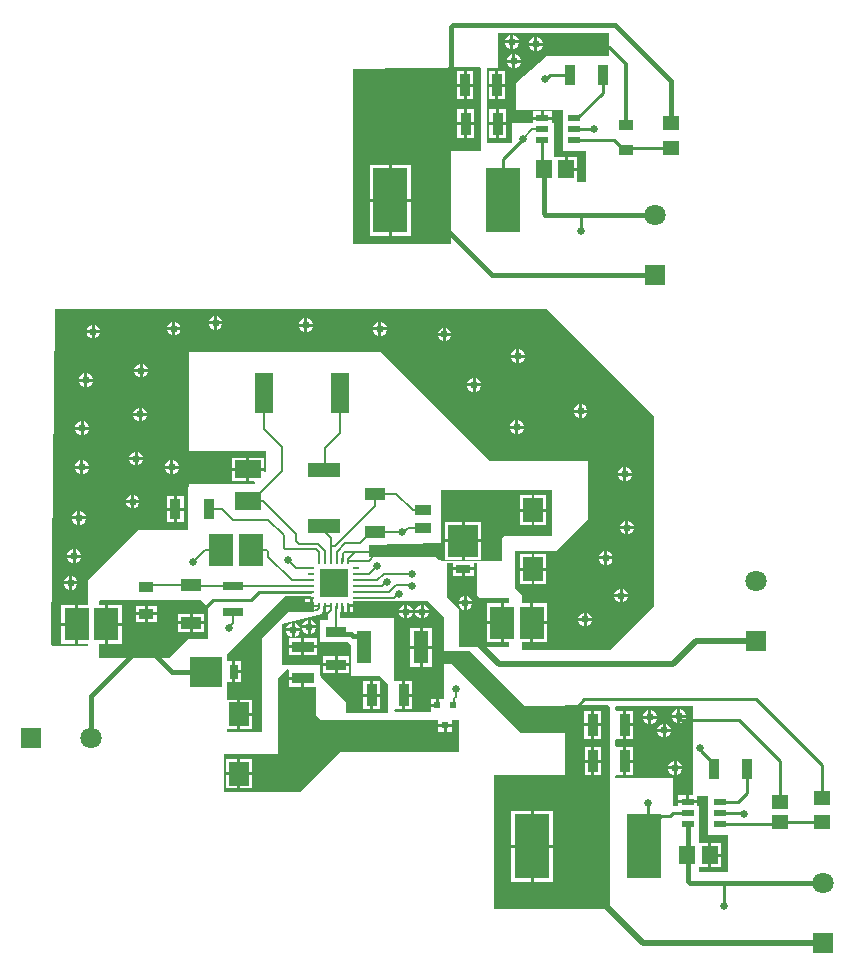
<source format=gtl>
G04*
G04 #@! TF.GenerationSoftware,Altium Limited,Altium Designer,22.10.1 (41)*
G04*
G04 Layer_Physical_Order=1*
G04 Layer_Color=255*
%FSLAX24Y24*%
%MOIN*%
G70*
G04*
G04 #@! TF.SameCoordinates,F22EFE63-58D3-4984-8651-CE55CF2E9756*
G04*
G04*
G04 #@! TF.FilePolarity,Positive*
G04*
G01*
G75*
%ADD12C,0.0100*%
%ADD15R,0.0965X0.0965*%
%ADD16R,0.0236X0.0098*%
%ADD17R,0.0098X0.0236*%
%ADD18R,0.0669X0.0787*%
%ADD19R,0.1181X0.2165*%
%ADD20R,0.0374X0.0669*%
%ADD21R,0.0669X0.0374*%
%ADD22R,0.0354X0.0728*%
%ADD23R,0.0728X0.0354*%
%ADD24R,0.0512X0.1102*%
%ADD25R,0.0709X0.0295*%
%ADD26R,0.0828X0.1105*%
%ADD27R,0.0669X0.0394*%
%ADD28R,0.0610X0.1378*%
%ADD29R,0.1102X0.0512*%
%ADD30R,0.0866X0.0591*%
%ADD31R,0.0512X0.0354*%
%ADD32R,0.0354X0.0748*%
%ADD33R,0.0433X0.0236*%
%ADD34R,0.0554X0.0615*%
%ADD35R,0.0576X0.0494*%
%ADD36R,0.0536X0.0455*%
%ADD37R,0.0531X0.0374*%
%ADD38R,0.0500X0.0300*%
%ADD39R,0.1000X0.1051*%
%ADD40R,0.1051X0.1000*%
%ADD41R,0.0300X0.0500*%
%ADD42R,0.0236X0.0236*%
%ADD68C,0.0080*%
%ADD69C,0.0150*%
%ADD70C,0.0200*%
%ADD71C,0.0120*%
%ADD72R,0.0709X0.0709*%
%ADD73C,0.0709*%
%ADD74R,0.0709X0.0709*%
%ADD75C,0.0260*%
G36*
X38799Y44925D02*
Y42175D01*
X37815D01*
X37805Y42185D01*
Y39055D01*
X34575D01*
X34537Y39085D01*
Y44892D01*
X38764Y44960D01*
X38799Y44925D01*
D02*
G37*
G36*
X43061Y46024D02*
Y45335D01*
X40984D01*
X39951Y44430D01*
Y43543D01*
X41535D01*
Y42185D01*
X42313D01*
Y41152D01*
X42012D01*
Y41505D01*
X41635D01*
Y41555D01*
X41585D01*
Y41963D01*
X41258D01*
X41220Y41994D01*
Y43091D01*
X41163D01*
Y43218D01*
X40530D01*
Y43091D01*
X39843D01*
Y42461D01*
X39833Y42451D01*
X38986D01*
Y44931D01*
X39350D01*
Y46112D01*
X43061D01*
Y46024D01*
D02*
G37*
G36*
X41161Y29321D02*
X39577D01*
X39498Y29242D01*
Y28494D01*
X37451D01*
Y28552D01*
X37409Y28536D01*
X37293Y28652D01*
X35059D01*
Y29045D01*
X37451Y29094D01*
Y30856D01*
X41161D01*
Y29321D01*
D02*
G37*
G36*
X38652Y27372D02*
X38740Y27283D01*
X39744D01*
Y27099D01*
X39558D01*
Y26447D01*
Y25794D01*
X39744D01*
Y25640D01*
X38071D01*
Y26890D01*
X37667Y27293D01*
Y28423D01*
X37859D01*
Y28298D01*
X38209D01*
X38559D01*
Y28423D01*
X38652D01*
Y27372D01*
D02*
G37*
G36*
X37569Y26634D02*
Y25474D01*
X37596Y25502D01*
X38425Y25492D01*
X40236Y23681D01*
X41585D01*
Y23691D01*
X43032Y23711D01*
X43110Y23632D01*
Y16890D01*
X39242D01*
Y21378D01*
X41555D01*
X41585Y21407D01*
Y22776D01*
X40118D01*
X37835Y25059D01*
X37569D01*
Y23956D01*
X37561Y23909D01*
X37393D01*
Y23691D01*
X37343D01*
Y23641D01*
X37124D01*
Y23484D01*
X35942D01*
X35908Y23520D01*
X35908Y23534D01*
X35943Y23561D01*
X35956Y23561D01*
X36170D01*
Y24026D01*
Y24490D01*
X35956D01*
X35943Y24490D01*
X35906Y24519D01*
Y26604D01*
X34104D01*
Y26800D01*
X34132D01*
Y27018D01*
X34232D01*
Y26800D01*
X34328D01*
Y27018D01*
X34378D01*
Y27068D01*
X34528D01*
Y27156D01*
X37047D01*
X37569Y26634D01*
D02*
G37*
G36*
X44557Y33346D02*
Y26998D01*
X43099Y25540D01*
X40159D01*
Y25794D01*
X40442D01*
Y26447D01*
Y27099D01*
X40159D01*
Y27380D01*
X39931Y27608D01*
Y28848D01*
X41319D01*
X42362Y29892D01*
Y31831D01*
X39085D01*
X35463Y35453D01*
X29055D01*
Y32170D01*
X31630D01*
X31630Y31491D01*
X31607Y31473D01*
X31557Y31496D01*
Y31505D01*
X31074D01*
Y31160D01*
X31245D01*
X31264Y31114D01*
X31230Y31080D01*
X29055Y31080D01*
Y30984D01*
X29045Y30974D01*
Y29528D01*
X27362D01*
X25699Y27864D01*
Y27050D01*
X25375D01*
Y26398D01*
Y25745D01*
X25699D01*
Y25679D01*
X24524D01*
X24479Y25725D01*
X24606Y36909D01*
X40994D01*
X44557Y33346D01*
D02*
G37*
G36*
X29478Y27205D02*
X29705Y26978D01*
Y25915D01*
X29026D01*
X28386Y25276D01*
X26063D01*
Y25745D01*
X26259D01*
Y26398D01*
Y27050D01*
X26063D01*
Y27179D01*
X26098Y27214D01*
X29478Y27205D01*
D02*
G37*
G36*
X33641Y26800D02*
X33691D01*
Y26526D01*
X33415D01*
Y25787D01*
X34380D01*
X34478Y25689D01*
Y24685D01*
X35394D01*
X35689Y24390D01*
Y23455D01*
X35679Y23445D01*
X34291D01*
Y23809D01*
X33462Y24639D01*
X33477Y24675D01*
X33425D01*
X33415Y24685D01*
Y25030D01*
X32156D01*
Y26417D01*
X33494Y26752D01*
Y26800D01*
X33541D01*
Y27018D01*
X33641D01*
Y26800D01*
D02*
G37*
G36*
X32907Y27325D02*
X33140D01*
Y27275D01*
X33190D01*
Y27126D01*
X33245D01*
Y26800D01*
X33198Y26791D01*
X32352D01*
X31496Y25935D01*
X31496Y22815D01*
X30315D01*
Y22892D01*
X30668D01*
Y23386D01*
Y23880D01*
X30315D01*
X30315Y24463D01*
X30507D01*
Y24813D01*
Y25163D01*
X30315D01*
Y25384D01*
X32265Y27334D01*
X32886Y27346D01*
X32907Y27325D01*
D02*
G37*
G36*
X32389Y24868D02*
X32390Y24861D01*
Y24637D01*
X32854D01*
Y24587D01*
X32904D01*
Y24309D01*
X33307D01*
Y23356D01*
X33465Y23199D01*
X37380D01*
Y23072D01*
X37817D01*
Y23199D01*
X38051D01*
Y22136D01*
X34124D01*
X32776Y20787D01*
X30217D01*
Y22067D01*
X32018D01*
X32018Y24567D01*
X32337Y24886D01*
X32389Y24868D01*
D02*
G37*
G36*
X45856Y23671D02*
Y20709D01*
X45838Y20691D01*
X45739D01*
Y20522D01*
X46006D01*
Y20669D01*
X46378D01*
Y19390D01*
X46388Y19380D01*
X47037D01*
Y18130D01*
X46053D01*
Y18293D01*
X46369D01*
Y18701D01*
Y19108D01*
X46053D01*
Y20325D01*
X46006D01*
Y20422D01*
X45372D01*
Y20325D01*
X45187D01*
Y21270D01*
X43278D01*
Y21327D01*
X43315Y21357D01*
X43328Y21357D01*
X43543D01*
Y21831D01*
Y22305D01*
X43328D01*
X43315Y22305D01*
X43278Y22334D01*
Y22529D01*
X43306Y22567D01*
X43328Y22567D01*
X43533D01*
Y23041D01*
Y23515D01*
X43328D01*
X43306Y23515D01*
X43278Y23554D01*
Y23646D01*
X43313Y23681D01*
X45856Y23671D01*
D02*
G37*
%LPC*%
G36*
X38545Y44834D02*
X38318D01*
Y44410D01*
X38545D01*
Y44834D01*
D02*
G37*
G36*
X38218D02*
X37991D01*
Y44410D01*
X38218D01*
Y44834D01*
D02*
G37*
G36*
X38545Y44310D02*
X38318D01*
Y43886D01*
X38545D01*
Y44310D01*
D02*
G37*
G36*
X38218D02*
X37991D01*
Y43886D01*
X38218D01*
Y44310D01*
D02*
G37*
G36*
X38565Y43555D02*
X38337D01*
Y43131D01*
X38565D01*
Y43555D01*
D02*
G37*
G36*
X38237D02*
X38010D01*
Y43131D01*
X38237D01*
Y43555D01*
D02*
G37*
G36*
X38565Y43031D02*
X38337D01*
Y42607D01*
X38565D01*
Y43031D01*
D02*
G37*
G36*
X38237D02*
X38010D01*
Y42607D01*
X38237D01*
Y43031D01*
D02*
G37*
G36*
X36468Y41704D02*
X35828D01*
Y40572D01*
X36468D01*
Y41704D01*
D02*
G37*
G36*
X35728D02*
X35087D01*
Y40572D01*
X35728D01*
Y41704D01*
D02*
G37*
G36*
X36468Y40472D02*
X35828D01*
Y39339D01*
X36468D01*
Y40472D01*
D02*
G37*
G36*
X35728D02*
X35087D01*
Y39339D01*
X35728D01*
Y40472D01*
D02*
G37*
G36*
X39873Y46035D02*
Y45857D01*
X40051D01*
X40018Y45937D01*
X39953Y46002D01*
X39873Y46035D01*
D02*
G37*
G36*
X39773D02*
X39693Y46002D01*
X39628Y45937D01*
X39595Y45857D01*
X39773D01*
Y46035D01*
D02*
G37*
G36*
X40680Y45957D02*
Y45778D01*
X40858D01*
X40825Y45859D01*
X40760Y45923D01*
X40680Y45957D01*
D02*
G37*
G36*
X40580D02*
X40500Y45923D01*
X40435Y45859D01*
X40402Y45778D01*
X40580D01*
Y45957D01*
D02*
G37*
G36*
X40051Y45757D02*
X39873D01*
Y45579D01*
X39953Y45612D01*
X40018Y45677D01*
X40051Y45757D01*
D02*
G37*
G36*
X39773D02*
X39595D01*
X39628Y45677D01*
X39693Y45612D01*
X39773Y45579D01*
Y45757D01*
D02*
G37*
G36*
X40858Y45678D02*
X40680D01*
Y45500D01*
X40760Y45533D01*
X40825Y45598D01*
X40834Y45620D01*
X40858Y45678D01*
D02*
G37*
G36*
X40580D02*
X40402D01*
X40435Y45598D01*
X40500Y45533D01*
X40580Y45500D01*
Y45678D01*
D02*
G37*
G36*
X39942Y45396D02*
Y45217D01*
X40120D01*
X40087Y45298D01*
X40022Y45362D01*
X39942Y45396D01*
D02*
G37*
G36*
X39842D02*
X39761Y45362D01*
X39697Y45298D01*
X39663Y45217D01*
X39842D01*
Y45396D01*
D02*
G37*
G36*
X40120Y45117D02*
X39942D01*
Y44939D01*
X40022Y44972D01*
X40087Y45037D01*
X40120Y45117D01*
D02*
G37*
G36*
X39842D02*
X39663D01*
X39697Y45037D01*
X39761Y44972D01*
X39842Y44939D01*
Y45117D01*
D02*
G37*
G36*
X39608Y44834D02*
X39381D01*
Y44410D01*
X39608D01*
Y44834D01*
D01*
D02*
G37*
G36*
X39281D02*
X39054D01*
Y44410D01*
X39281D01*
Y44834D01*
D02*
G37*
G36*
X39608Y44310D02*
X39381D01*
Y43886D01*
X39608D01*
Y44310D01*
D02*
G37*
G36*
X39281D02*
X39054D01*
Y43886D01*
X39281D01*
Y44310D01*
D02*
G37*
G36*
X41163Y43486D02*
X40896D01*
Y43318D01*
X41163D01*
Y43486D01*
D02*
G37*
G36*
X40796D02*
X40530D01*
Y43318D01*
X40796D01*
Y43486D01*
D02*
G37*
G36*
X39628Y43555D02*
X39400D01*
Y43131D01*
X39628D01*
Y43555D01*
D02*
G37*
G36*
X39300D02*
X39073D01*
Y43131D01*
X39300D01*
Y43555D01*
D02*
G37*
G36*
X39628Y43031D02*
X39400D01*
Y42607D01*
X39628D01*
Y43031D01*
D02*
G37*
G36*
X39300D02*
X39073D01*
Y42607D01*
X39300D01*
Y43031D01*
D02*
G37*
G36*
X41685Y41963D02*
Y41605D01*
X42012D01*
Y41963D01*
X41685D01*
D02*
G37*
G36*
X40966Y30691D02*
X40581D01*
Y30247D01*
X40966D01*
Y30691D01*
D02*
G37*
G36*
X40482D02*
X40097D01*
Y30247D01*
X40482D01*
Y30691D01*
D02*
G37*
G36*
X40966Y30147D02*
X40581D01*
Y29703D01*
X40966D01*
Y30147D01*
D02*
G37*
G36*
X40482D02*
X40097D01*
Y29703D01*
X40482D01*
Y30147D01*
D02*
G37*
G36*
X38809Y29799D02*
X38259D01*
Y29223D01*
X38809D01*
Y29799D01*
D02*
G37*
G36*
X38159D02*
X37609D01*
Y29223D01*
X38159D01*
Y29799D01*
D02*
G37*
G36*
X38809Y29123D02*
X38259D01*
Y28548D01*
X38809D01*
Y29123D01*
D02*
G37*
G36*
X38159D02*
X37609D01*
Y28548D01*
X38159D01*
Y29123D01*
D02*
G37*
G36*
X38559Y28198D02*
X38259D01*
Y27998D01*
X38559D01*
Y28198D01*
D02*
G37*
G36*
X38159D02*
X37859D01*
Y27998D01*
X38159D01*
Y28198D01*
D02*
G37*
G36*
X38328Y27335D02*
Y27156D01*
X38506D01*
X38473Y27237D01*
X38408Y27301D01*
X38328Y27335D01*
D02*
G37*
G36*
X38228D02*
X38147Y27301D01*
X38083Y27237D01*
X38049Y27156D01*
X38228D01*
Y27335D01*
D02*
G37*
G36*
X38506Y27056D02*
X38328D01*
Y26878D01*
X38408Y26911D01*
X38473Y26976D01*
X38506Y27056D01*
D02*
G37*
G36*
X38228D02*
X38049D01*
X38083Y26976D01*
X38147Y26911D01*
X38228Y26878D01*
Y27056D01*
D02*
G37*
G36*
X39458Y27099D02*
X38994D01*
Y26497D01*
X39458D01*
Y27099D01*
D02*
G37*
G36*
Y26397D02*
X38994D01*
Y25794D01*
X39458D01*
Y26397D01*
D02*
G37*
G36*
X36884Y27043D02*
Y26865D01*
X37062D01*
X37029Y26945D01*
X36964Y27010D01*
X36884Y27043D01*
D02*
G37*
G36*
X36784D02*
X36704Y27010D01*
X36639Y26945D01*
X36606Y26865D01*
X36784D01*
Y27043D01*
D02*
G37*
G36*
X36343D02*
Y26865D01*
X36521D01*
X36488Y26945D01*
X36423Y27010D01*
X36343Y27043D01*
D02*
G37*
G36*
X36243D02*
X36162Y27010D01*
X36098Y26945D01*
X36064Y26865D01*
X36243D01*
Y27043D01*
D02*
G37*
G36*
X34528Y26968D02*
X34428D01*
Y26800D01*
X34528D01*
Y26968D01*
D02*
G37*
G36*
X37062Y26765D02*
X36884D01*
Y26587D01*
X36964Y26620D01*
X37029Y26685D01*
X37062Y26765D01*
D02*
G37*
G36*
X36784D02*
X36606D01*
X36639Y26685D01*
X36704Y26620D01*
X36784Y26587D01*
Y26765D01*
D02*
G37*
G36*
X36521D02*
X36343D01*
Y26587D01*
X36423Y26620D01*
X36488Y26685D01*
X36521Y26765D01*
D02*
G37*
G36*
X36243D02*
X36064D01*
X36098Y26685D01*
X36162Y26620D01*
X36243Y26587D01*
Y26765D01*
D02*
G37*
G36*
X37157Y26271D02*
X36851D01*
Y25670D01*
X37157D01*
Y26271D01*
D02*
G37*
G36*
X36751D02*
X36445D01*
Y25670D01*
X36751D01*
Y26271D01*
D02*
G37*
G36*
X37157Y25570D02*
X36851D01*
Y24969D01*
X37157D01*
Y25570D01*
D02*
G37*
G36*
X36751D02*
X36445D01*
Y24969D01*
X36751D01*
Y25570D01*
D02*
G37*
G36*
X36270Y24490D02*
Y24076D01*
X36498D01*
Y24490D01*
X36270D01*
D02*
G37*
G36*
X37293Y23909D02*
X37124D01*
Y23741D01*
X37293D01*
Y23909D01*
D02*
G37*
G36*
X36498Y23976D02*
X36270D01*
Y23561D01*
X36498D01*
Y23976D01*
D02*
G37*
G36*
X42797Y23515D02*
X42570D01*
Y23091D01*
X42797D01*
Y23515D01*
D02*
G37*
G36*
X42470D02*
X42243D01*
Y23091D01*
X42470D01*
Y23515D01*
D02*
G37*
G36*
X42797Y22991D02*
X42570D01*
Y22567D01*
X42797D01*
Y22991D01*
D02*
G37*
G36*
X42470D02*
X42243D01*
Y22567D01*
X42470D01*
Y22991D01*
D02*
G37*
G36*
X42807Y22305D02*
X42580D01*
Y21881D01*
X42807D01*
Y22305D01*
D02*
G37*
G36*
X42480D02*
X42252D01*
Y21881D01*
X42480D01*
Y22305D01*
D02*
G37*
G36*
X42807Y21781D02*
X42580D01*
Y21357D01*
X42807D01*
Y21781D01*
D02*
G37*
G36*
X42480D02*
X42252D01*
Y21357D01*
X42480D01*
Y21781D01*
D02*
G37*
G36*
X41193Y20169D02*
X40552D01*
Y19036D01*
X41193D01*
Y20169D01*
D02*
G37*
G36*
X40452D02*
X39811D01*
Y19036D01*
X40452D01*
Y20169D01*
D02*
G37*
G36*
X41193Y18936D02*
X40552D01*
Y17804D01*
X41193D01*
Y18936D01*
D02*
G37*
G36*
X40452D02*
X39811D01*
Y17804D01*
X40452D01*
Y18936D01*
D02*
G37*
G36*
X30001Y36675D02*
Y36497D01*
X30179D01*
X30146Y36577D01*
X30081Y36642D01*
X30001Y36675D01*
D02*
G37*
G36*
X29901D02*
X29820Y36642D01*
X29756Y36577D01*
X29723Y36497D01*
X29901D01*
Y36675D01*
D02*
G37*
G36*
X33013Y36587D02*
Y36408D01*
X33191D01*
X33158Y36489D01*
X33093Y36553D01*
X33013Y36587D01*
D02*
G37*
G36*
X32913D02*
X32832Y36553D01*
X32768Y36489D01*
X32734Y36408D01*
X32913D01*
Y36587D01*
D02*
G37*
G36*
X28603Y36478D02*
Y36300D01*
X28781D01*
X28748Y36380D01*
X28683Y36445D01*
X28603Y36478D01*
D02*
G37*
G36*
X28503D02*
X28423Y36445D01*
X28358Y36380D01*
X28325Y36300D01*
X28503D01*
Y36478D01*
D02*
G37*
G36*
X35474Y36468D02*
Y36289D01*
X35652D01*
X35619Y36370D01*
X35554Y36434D01*
X35474Y36468D01*
D02*
G37*
G36*
X35374D02*
X35294Y36434D01*
X35229Y36370D01*
X35196Y36289D01*
X35374D01*
Y36468D01*
D02*
G37*
G36*
X30179Y36397D02*
X30001D01*
Y36219D01*
X30081Y36252D01*
X30146Y36317D01*
X30179Y36397D01*
D02*
G37*
G36*
X29901D02*
X29723D01*
X29756Y36317D01*
X29820Y36252D01*
X29901Y36219D01*
Y36397D01*
D02*
G37*
G36*
X25926Y36380D02*
Y36202D01*
X26104D01*
X26071Y36282D01*
X26006Y36347D01*
X25926Y36380D01*
D02*
G37*
G36*
X25826D02*
X25746Y36347D01*
X25681Y36282D01*
X25648Y36202D01*
X25826D01*
Y36380D01*
D02*
G37*
G36*
X33191Y36308D02*
X33013D01*
Y36130D01*
X33093Y36163D01*
X33158Y36228D01*
X33191Y36308D01*
D02*
G37*
G36*
X32913D02*
X32734D01*
X32768Y36228D01*
X32832Y36163D01*
X32913Y36130D01*
Y36308D01*
D02*
G37*
G36*
X37629Y36281D02*
Y36103D01*
X37807D01*
X37774Y36183D01*
X37709Y36248D01*
X37629Y36281D01*
D02*
G37*
G36*
X37529D02*
X37448Y36248D01*
X37384Y36183D01*
X37350Y36103D01*
X37529D01*
Y36281D01*
D02*
G37*
G36*
X28781Y36200D02*
X28603D01*
Y36022D01*
X28683Y36055D01*
X28748Y36120D01*
X28781Y36200D01*
D02*
G37*
G36*
X28503D02*
X28325D01*
X28358Y36120D01*
X28423Y36055D01*
X28503Y36022D01*
Y36200D01*
D02*
G37*
G36*
X35652Y36189D02*
X35474D01*
Y36011D01*
X35554Y36044D01*
X35619Y36109D01*
X35652Y36189D01*
D02*
G37*
G36*
X35374D02*
X35196D01*
X35229Y36109D01*
X35294Y36044D01*
X35374Y36011D01*
Y36189D01*
D02*
G37*
G36*
X26104Y36102D02*
X25926D01*
Y35923D01*
X26006Y35957D01*
X26071Y36021D01*
X26104Y36102D01*
D02*
G37*
G36*
X25826D02*
X25648D01*
X25681Y36021D01*
X25746Y35957D01*
X25826Y35923D01*
Y36102D01*
D02*
G37*
G36*
X37807Y36003D02*
X37629D01*
Y35825D01*
X37709Y35858D01*
X37774Y35923D01*
X37807Y36003D01*
D02*
G37*
G36*
X37529D02*
X37350D01*
X37384Y35923D01*
X37448Y35858D01*
X37529Y35825D01*
Y36003D01*
D02*
G37*
G36*
X40070Y35553D02*
Y35375D01*
X40248D01*
X40215Y35455D01*
X40150Y35520D01*
X40070Y35553D01*
D02*
G37*
G36*
X39970D02*
X39889Y35520D01*
X39825Y35455D01*
X39791Y35375D01*
X39970D01*
Y35553D01*
D02*
G37*
G36*
X40248Y35275D02*
X40070D01*
Y35097D01*
X40150Y35130D01*
X40215Y35195D01*
X40248Y35275D01*
D02*
G37*
G36*
X39970D02*
X39791D01*
X39825Y35195D01*
X39889Y35130D01*
X39970Y35097D01*
Y35275D01*
D02*
G37*
G36*
X27519Y35078D02*
Y34900D01*
X27697D01*
X27664Y34980D01*
X27599Y35045D01*
X27519Y35078D01*
D02*
G37*
G36*
X27419D02*
X27338Y35045D01*
X27274Y34980D01*
X27240Y34900D01*
X27419D01*
Y35078D01*
D02*
G37*
G36*
X27697Y34800D02*
X27519D01*
Y34622D01*
X27599Y34655D01*
X27664Y34720D01*
X27697Y34800D01*
D02*
G37*
G36*
X27419D02*
X27240D01*
X27274Y34720D01*
X27338Y34655D01*
X27419Y34622D01*
Y34800D01*
D02*
G37*
G36*
X25670Y34756D02*
Y34578D01*
X25848D01*
X25815Y34658D01*
X25750Y34723D01*
X25670Y34756D01*
D02*
G37*
G36*
X25570D02*
X25490Y34723D01*
X25425Y34658D01*
X25392Y34578D01*
X25570D01*
Y34756D01*
D02*
G37*
G36*
X38623Y34598D02*
Y34420D01*
X38801D01*
X38768Y34500D01*
X38703Y34565D01*
X38623Y34598D01*
D02*
G37*
G36*
X38523D02*
X38443Y34565D01*
X38378Y34500D01*
X38345Y34420D01*
X38523D01*
Y34598D01*
D02*
G37*
G36*
X25848Y34478D02*
X25670D01*
Y34299D01*
X25750Y34333D01*
X25815Y34397D01*
X25848Y34478D01*
D02*
G37*
G36*
X25570D02*
X25392D01*
X25425Y34397D01*
X25490Y34333D01*
X25570Y34299D01*
Y34478D01*
D02*
G37*
G36*
X38801Y34320D02*
X38623D01*
Y34142D01*
X38703Y34175D01*
X38768Y34240D01*
X38801Y34320D01*
D02*
G37*
G36*
X38523D02*
X38345D01*
X38378Y34240D01*
X38443Y34175D01*
X38523Y34142D01*
Y34320D01*
D02*
G37*
G36*
X42168Y33723D02*
Y33545D01*
X42346D01*
X42313Y33625D01*
X42248Y33690D01*
X42168Y33723D01*
D02*
G37*
G36*
X42068D02*
X41988Y33690D01*
X41923Y33625D01*
X41890Y33545D01*
X42068D01*
Y33723D01*
D02*
G37*
G36*
X27491Y33614D02*
Y33436D01*
X27669D01*
X27636Y33516D01*
X27571Y33581D01*
X27491Y33614D01*
D02*
G37*
G36*
X27391D02*
X27311Y33581D01*
X27246Y33516D01*
X27213Y33436D01*
X27391D01*
Y33614D01*
D02*
G37*
G36*
X42346Y33445D02*
X42168D01*
Y33267D01*
X42248Y33300D01*
X42313Y33365D01*
X42346Y33445D01*
D02*
G37*
G36*
X42068D02*
X41890D01*
X41923Y33365D01*
X41988Y33300D01*
X42068Y33267D01*
Y33445D01*
D02*
G37*
G36*
X27669Y33336D02*
X27491D01*
Y33158D01*
X27571Y33191D01*
X27636Y33256D01*
X27669Y33336D01*
D02*
G37*
G36*
X27391D02*
X27213D01*
X27246Y33256D01*
X27311Y33191D01*
X27391Y33158D01*
Y33336D01*
D02*
G37*
G36*
X40040Y33191D02*
Y33013D01*
X40218D01*
X40185Y33093D01*
X40120Y33158D01*
X40040Y33191D01*
D02*
G37*
G36*
X39940D02*
X39860Y33158D01*
X39795Y33093D01*
X39762Y33013D01*
X39940D01*
Y33191D01*
D02*
G37*
G36*
X25552Y33161D02*
Y32983D01*
X25730D01*
X25697Y33063D01*
X25632Y33128D01*
X25552Y33161D01*
D02*
G37*
G36*
X25452D02*
X25372Y33128D01*
X25307Y33063D01*
X25274Y32983D01*
X25452D01*
Y33161D01*
D02*
G37*
G36*
X40218Y32913D02*
X40040D01*
Y32734D01*
X40120Y32768D01*
X40185Y32832D01*
X40218Y32913D01*
D02*
G37*
G36*
X39940D02*
X39762D01*
X39795Y32832D01*
X39860Y32768D01*
X39940Y32734D01*
Y32913D01*
D02*
G37*
G36*
X25730Y32883D02*
X25552D01*
Y32705D01*
X25632Y32738D01*
X25697Y32803D01*
X25730Y32883D01*
D02*
G37*
G36*
X25452D02*
X25274D01*
X25307Y32803D01*
X25372Y32738D01*
X25452Y32705D01*
Y32883D01*
D02*
G37*
G36*
X27353Y32148D02*
Y31969D01*
X27531D01*
X27498Y32050D01*
X27433Y32114D01*
X27353Y32148D01*
D02*
G37*
G36*
X27253D02*
X27173Y32114D01*
X27108Y32050D01*
X27075Y31969D01*
X27253D01*
Y32148D01*
D02*
G37*
G36*
X27531Y31869D02*
X27353D01*
Y31691D01*
X27433Y31724D01*
X27498Y31789D01*
X27531Y31869D01*
D02*
G37*
G36*
X27253D02*
X27075D01*
X27108Y31789D01*
X27173Y31724D01*
X27253Y31691D01*
Y31869D01*
D02*
G37*
G36*
X25542Y31862D02*
Y31684D01*
X25720D01*
X25687Y31764D01*
X25622Y31829D01*
X25542Y31862D01*
D02*
G37*
G36*
X25442D02*
X25362Y31829D01*
X25297Y31764D01*
X25264Y31684D01*
X25442D01*
Y31862D01*
D02*
G37*
G36*
X28540Y31858D02*
Y31680D01*
X28718D01*
X28685Y31760D01*
X28620Y31825D01*
X28540Y31858D01*
D02*
G37*
G36*
X28440D02*
X28360Y31825D01*
X28295Y31760D01*
X28262Y31680D01*
X28440D01*
Y31858D01*
D02*
G37*
G36*
X31557Y31950D02*
X31074D01*
Y31605D01*
X31557D01*
Y31950D01*
D02*
G37*
G36*
X30974D02*
X30491D01*
Y31605D01*
X30974D01*
Y31950D01*
D02*
G37*
G36*
X43643Y31626D02*
Y31448D01*
X43821D01*
X43788Y31528D01*
X43723Y31593D01*
X43643Y31626D01*
D02*
G37*
G36*
X43543D02*
X43462Y31593D01*
X43398Y31528D01*
X43364Y31448D01*
X43543D01*
Y31626D01*
D02*
G37*
G36*
X25720Y31584D02*
X25542D01*
Y31406D01*
X25622Y31439D01*
X25687Y31504D01*
X25720Y31584D01*
D02*
G37*
G36*
X25442D02*
X25264D01*
X25297Y31504D01*
X25362Y31439D01*
X25442Y31406D01*
Y31584D01*
D02*
G37*
G36*
X28718Y31580D02*
X28540D01*
Y31402D01*
X28620Y31435D01*
X28685Y31500D01*
X28718Y31580D01*
D02*
G37*
G36*
X28440D02*
X28262D01*
X28295Y31500D01*
X28360Y31435D01*
X28440Y31402D01*
Y31580D01*
D02*
G37*
G36*
X43821Y31348D02*
X43643D01*
Y31169D01*
X43723Y31203D01*
X43788Y31267D01*
X43821Y31348D01*
D02*
G37*
G36*
X43543D02*
X43364D01*
X43398Y31267D01*
X43462Y31203D01*
X43543Y31169D01*
Y31348D01*
D02*
G37*
G36*
X30974Y31505D02*
X30491D01*
Y31160D01*
X30974D01*
Y31505D01*
D02*
G37*
G36*
X27235Y30711D02*
Y30532D01*
X27413D01*
X27380Y30613D01*
X27315Y30677D01*
X27235Y30711D01*
D02*
G37*
G36*
X27135D02*
X27055Y30677D01*
X26990Y30613D01*
X26957Y30532D01*
X27135D01*
Y30711D01*
D02*
G37*
G36*
X28899Y30661D02*
X28662D01*
Y30276D01*
X28899D01*
Y30661D01*
D02*
G37*
G36*
X28562D02*
X28325D01*
Y30276D01*
X28562D01*
Y30661D01*
D02*
G37*
G36*
X27413Y30432D02*
X27235D01*
Y30254D01*
X27315Y30287D01*
X27380Y30352D01*
X27413Y30432D01*
D02*
G37*
G36*
X27135D02*
X26957D01*
X26990Y30352D01*
X27055Y30287D01*
X27135Y30254D01*
Y30432D01*
D02*
G37*
G36*
X25444Y30169D02*
Y29991D01*
X25622D01*
X25589Y30071D01*
X25524Y30136D01*
X25444Y30169D01*
D02*
G37*
G36*
X25344D02*
X25263Y30136D01*
X25199Y30071D01*
X25165Y29991D01*
X25344D01*
Y30169D01*
D02*
G37*
G36*
X28899Y30176D02*
X28662D01*
Y29792D01*
X28899D01*
Y30176D01*
D02*
G37*
G36*
X28562D02*
X28325D01*
Y29792D01*
X28562D01*
Y30176D01*
D02*
G37*
G36*
X25622Y29891D02*
X25444D01*
Y29713D01*
X25524Y29746D01*
X25589Y29811D01*
X25622Y29891D01*
D02*
G37*
G36*
X25344D02*
X25165D01*
X25199Y29811D01*
X25263Y29746D01*
X25344Y29713D01*
Y29891D01*
D02*
G37*
G36*
X43711Y29844D02*
Y29666D01*
X43890D01*
X43856Y29746D01*
X43792Y29811D01*
X43711Y29844D01*
D02*
G37*
G36*
X43611D02*
X43531Y29811D01*
X43466Y29746D01*
X43433Y29666D01*
X43611D01*
Y29844D01*
D02*
G37*
G36*
X43890Y29566D02*
X43711D01*
Y29388D01*
X43792Y29421D01*
X43856Y29486D01*
X43890Y29566D01*
D02*
G37*
G36*
X43611D02*
X43433D01*
X43466Y29486D01*
X43531Y29421D01*
X43611Y29388D01*
Y29566D01*
D02*
G37*
G36*
X25286Y28890D02*
Y28711D01*
X25464D01*
X25431Y28792D01*
X25367Y28856D01*
X25286Y28890D01*
D02*
G37*
G36*
X25186D02*
X25106Y28856D01*
X25041Y28792D01*
X25008Y28711D01*
X25186D01*
Y28890D01*
D02*
G37*
G36*
X43003Y28840D02*
Y28662D01*
X43181D01*
X43148Y28742D01*
X43083Y28807D01*
X43003Y28840D01*
D02*
G37*
G36*
X42903D02*
X42822Y28807D01*
X42758Y28742D01*
X42725Y28662D01*
X42903D01*
Y28840D01*
D02*
G37*
G36*
X25464Y28611D02*
X25286D01*
Y28433D01*
X25367Y28466D01*
X25431Y28531D01*
X25464Y28611D01*
D02*
G37*
G36*
X25186D02*
X25008D01*
X25041Y28531D01*
X25106Y28466D01*
X25186Y28433D01*
Y28611D01*
D02*
G37*
G36*
X43181Y28562D02*
X43003D01*
Y28384D01*
X43083Y28417D01*
X43148Y28482D01*
X43181Y28562D01*
D02*
G37*
G36*
X42903D02*
X42725D01*
X42758Y28482D01*
X42822Y28417D01*
X42903Y28384D01*
Y28562D01*
D02*
G37*
G36*
X40966Y28722D02*
X40581D01*
Y28278D01*
X40966D01*
Y28722D01*
D02*
G37*
G36*
X40482D02*
X40097D01*
Y28278D01*
X40482D01*
Y28722D01*
D02*
G37*
G36*
X25168Y28004D02*
Y27826D01*
X25346D01*
X25313Y27906D01*
X25248Y27971D01*
X25168Y28004D01*
D02*
G37*
G36*
X25068D02*
X24988Y27971D01*
X24923Y27906D01*
X24890Y27826D01*
X25068D01*
Y28004D01*
D02*
G37*
G36*
X40966Y28178D02*
X40581D01*
Y27735D01*
X40966D01*
Y28178D01*
D02*
G37*
G36*
X40482D02*
X40097D01*
Y27735D01*
X40482D01*
Y28178D01*
D02*
G37*
G36*
X25346Y27726D02*
X25168D01*
Y27547D01*
X25248Y27581D01*
X25313Y27645D01*
X25346Y27726D01*
D02*
G37*
G36*
X25068D02*
X24890D01*
X24923Y27645D01*
X24988Y27581D01*
X25068Y27547D01*
Y27726D01*
D02*
G37*
G36*
X43515Y27581D02*
Y27402D01*
X43693D01*
X43660Y27483D01*
X43595Y27547D01*
X43515Y27581D01*
D02*
G37*
G36*
X43415D02*
X43334Y27547D01*
X43270Y27483D01*
X43236Y27402D01*
X43415D01*
Y27581D01*
D02*
G37*
G36*
X43693Y27302D02*
X43515D01*
Y27124D01*
X43595Y27157D01*
X43660Y27222D01*
X43693Y27302D01*
D02*
G37*
G36*
X43415D02*
X43236D01*
X43270Y27222D01*
X43334Y27157D01*
X43415Y27124D01*
Y27302D01*
D02*
G37*
G36*
X42324Y26783D02*
Y26605D01*
X42502D01*
X42469Y26685D01*
X42404Y26750D01*
X42324Y26783D01*
D02*
G37*
G36*
X42224D02*
X42143Y26750D01*
X42079Y26685D01*
X42045Y26605D01*
X42224D01*
Y26783D01*
D02*
G37*
G36*
X41006Y27099D02*
X40542D01*
Y26497D01*
X41006D01*
Y27099D01*
D02*
G37*
G36*
X25275Y27050D02*
X24811D01*
Y26448D01*
X25275D01*
Y27050D01*
D02*
G37*
G36*
X42502Y26505D02*
X42324D01*
Y26327D01*
X42404Y26360D01*
X42469Y26425D01*
X42502Y26505D01*
D02*
G37*
G36*
X42224D02*
X42045D01*
X42079Y26425D01*
X42143Y26360D01*
X42224Y26327D01*
Y26505D01*
D02*
G37*
G36*
X41006Y26397D02*
X40542D01*
Y25794D01*
X41006D01*
Y26397D01*
D02*
G37*
G36*
X25275Y26348D02*
X24811D01*
Y25745D01*
X25275D01*
Y26348D01*
D02*
G37*
G36*
X27994Y27019D02*
X27688D01*
Y26792D01*
X27994D01*
Y27019D01*
D02*
G37*
G36*
X27588D02*
X27282D01*
Y26792D01*
X27588D01*
Y27019D01*
D02*
G37*
G36*
X29578Y26744D02*
X29194D01*
Y26497D01*
X29578D01*
Y26744D01*
D02*
G37*
G36*
X29094D02*
X28709D01*
Y26497D01*
X29094D01*
Y26744D01*
D02*
G37*
G36*
X27994Y26692D02*
X27688D01*
Y26465D01*
X27994D01*
Y26692D01*
D02*
G37*
G36*
X27588D02*
X27282D01*
Y26465D01*
X27588D01*
Y26692D01*
D02*
G37*
G36*
X26823Y27050D02*
X26359D01*
Y26448D01*
X26823D01*
Y27050D01*
D02*
G37*
G36*
X29578Y26397D02*
X29194D01*
Y26150D01*
X29578D01*
Y26397D01*
D02*
G37*
G36*
X29094D02*
X28709D01*
Y26150D01*
X29094D01*
Y26397D01*
D02*
G37*
G36*
X26823Y26348D02*
X26359D01*
Y25745D01*
X26823D01*
Y26348D01*
D02*
G37*
G36*
X33121Y26537D02*
Y26359D01*
X33299D01*
X33266Y26439D01*
X33201Y26504D01*
X33121Y26537D01*
D02*
G37*
G36*
X33021D02*
X32941Y26504D01*
X32876Y26439D01*
X32843Y26359D01*
X33021D01*
Y26537D01*
D02*
G37*
G36*
X32589Y26439D02*
Y26261D01*
X32768D01*
X32734Y26341D01*
X32670Y26406D01*
X32589Y26439D01*
D02*
G37*
G36*
X32489D02*
X32409Y26406D01*
X32344Y26341D01*
X32311Y26261D01*
X32489D01*
Y26439D01*
D02*
G37*
G36*
X33299Y26259D02*
X33121D01*
Y26081D01*
X33201Y26114D01*
X33266Y26179D01*
X33299Y26259D01*
D02*
G37*
G36*
X33021D02*
X32843D01*
X32876Y26179D01*
X32941Y26114D01*
X33021Y26081D01*
Y26259D01*
D02*
G37*
G36*
X32768Y26161D02*
X32589D01*
Y25982D01*
X32670Y26016D01*
X32734Y26080D01*
X32768Y26161D01*
D02*
G37*
G36*
X32489D02*
X32311D01*
X32344Y26080D01*
X32409Y26016D01*
X32489Y25982D01*
Y26161D01*
D02*
G37*
G36*
X33319Y25928D02*
X32904D01*
Y25701D01*
X33319D01*
Y25928D01*
D02*
G37*
G36*
X32804D02*
X32390D01*
Y25701D01*
X32804D01*
Y25928D01*
D02*
G37*
G36*
X33319Y25601D02*
X32904D01*
Y25374D01*
X33319D01*
Y25601D01*
D02*
G37*
G36*
X32804D02*
X32390D01*
Y25374D01*
X32804D01*
Y25601D01*
D02*
G37*
G36*
X34411Y25336D02*
X34026D01*
Y25099D01*
X34411D01*
Y25336D01*
D02*
G37*
G36*
X33926D02*
X33542D01*
Y25099D01*
X33926D01*
Y25336D01*
D02*
G37*
G36*
X34411Y24999D02*
X34026D01*
Y24762D01*
X34411D01*
Y24999D01*
D02*
G37*
G36*
X33926D02*
X33542D01*
Y24762D01*
X33926D01*
Y24999D01*
D02*
G37*
G36*
X35433Y24490D02*
X35206D01*
Y24076D01*
X35433D01*
Y24490D01*
D02*
G37*
G36*
X35106D02*
X34879D01*
Y24076D01*
X35106D01*
Y24490D01*
D02*
G37*
G36*
X35433Y23976D02*
X35206D01*
Y23561D01*
X35433D01*
Y23976D01*
D02*
G37*
G36*
X35106D02*
X34879D01*
Y23561D01*
X35106D01*
Y23976D01*
D02*
G37*
G36*
X33090Y27225D02*
X32922D01*
Y27126D01*
X33090D01*
Y27225D01*
D02*
G37*
G36*
X30807Y25163D02*
X30607D01*
Y24863D01*
X30807D01*
Y25163D01*
D02*
G37*
G36*
Y24763D02*
X30607D01*
Y24463D01*
X30807D01*
Y24763D01*
D02*
G37*
G36*
X31153Y23880D02*
X30768D01*
Y23436D01*
X31153D01*
Y23880D01*
D02*
G37*
G36*
Y23336D02*
X30768D01*
Y22892D01*
X31153D01*
Y23336D01*
D02*
G37*
G36*
X32804Y24537D02*
X32390D01*
Y24309D01*
X32804D01*
Y24537D01*
D02*
G37*
G36*
X37817Y22972D02*
X37648D01*
Y22804D01*
X37817D01*
Y22972D01*
D02*
G37*
G36*
X37548D02*
X37380D01*
Y22804D01*
X37548D01*
Y22972D01*
D02*
G37*
G36*
X31153Y21911D02*
X30768D01*
Y21467D01*
X31153D01*
Y21911D01*
D02*
G37*
G36*
X30668D02*
X30284D01*
Y21467D01*
X30668D01*
Y21911D01*
D02*
G37*
G36*
X31153Y21367D02*
X30768D01*
Y20924D01*
X31153D01*
Y21367D01*
D02*
G37*
G36*
X30668D02*
X30284D01*
Y20924D01*
X30668D01*
Y21367D01*
D02*
G37*
G36*
X45444Y23555D02*
Y23377D01*
X45622D01*
X45589Y23457D01*
X45524Y23522D01*
X45444Y23555D01*
D02*
G37*
G36*
X45344D02*
X45263Y23522D01*
X45199Y23457D01*
X45165Y23377D01*
X45344D01*
Y23555D01*
D02*
G37*
G36*
X44479Y23525D02*
Y23347D01*
X44657D01*
X44624Y23428D01*
X44559Y23492D01*
X44479Y23525D01*
D02*
G37*
G36*
X44379D02*
X44299Y23492D01*
X44234Y23428D01*
X44201Y23347D01*
X44379D01*
Y23525D01*
D02*
G37*
G36*
X45622Y23277D02*
X45444D01*
Y23099D01*
X45524Y23132D01*
X45589Y23196D01*
X45622Y23277D01*
D02*
G37*
G36*
X45344D02*
X45165D01*
X45199Y23196D01*
X45263Y23132D01*
X45344Y23099D01*
Y23277D01*
D02*
G37*
G36*
X43633Y23515D02*
Y23091D01*
X43860D01*
Y23515D01*
X43633D01*
D02*
G37*
G36*
X44657Y23247D02*
X44479D01*
Y23069D01*
X44559Y23102D01*
X44624Y23167D01*
X44657Y23247D01*
D02*
G37*
G36*
X44379D02*
X44201D01*
X44234Y23167D01*
X44299Y23102D01*
X44379Y23069D01*
Y23247D01*
D02*
G37*
G36*
X44952Y23083D02*
Y22904D01*
X45130D01*
X45097Y22985D01*
X45032Y23049D01*
X44952Y23083D01*
D02*
G37*
G36*
X44852D02*
X44771Y23049D01*
X44707Y22985D01*
X44673Y22904D01*
X44852D01*
Y23083D01*
D02*
G37*
G36*
X45130Y22804D02*
X44952D01*
Y22626D01*
X45032Y22659D01*
X45097Y22724D01*
X45130Y22804D01*
D02*
G37*
G36*
X44852D02*
X44673D01*
X44707Y22724D01*
X44771Y22659D01*
X44852Y22626D01*
Y22804D01*
D02*
G37*
G36*
X43860Y22991D02*
X43633D01*
Y22567D01*
X43860D01*
Y22991D01*
D02*
G37*
G36*
X43643Y22305D02*
Y21881D01*
X43870D01*
Y22305D01*
X43643D01*
D02*
G37*
G36*
X45316Y21833D02*
Y21654D01*
X45494D01*
X45461Y21735D01*
X45396Y21799D01*
X45316Y21833D01*
D02*
G37*
G36*
X45216D02*
X45135Y21799D01*
X45071Y21735D01*
X45038Y21654D01*
X45216D01*
Y21833D01*
D02*
G37*
G36*
X45494Y21554D02*
X45316D01*
Y21376D01*
X45396Y21409D01*
X45461Y21474D01*
X45494Y21554D01*
D02*
G37*
G36*
X45216D02*
X45038D01*
X45071Y21474D01*
X45135Y21409D01*
X45216Y21376D01*
Y21554D01*
D02*
G37*
G36*
X43870Y21781D02*
X43643D01*
Y21357D01*
X43870D01*
Y21781D01*
D02*
G37*
G36*
X45639Y20691D02*
X45372D01*
Y20522D01*
X45639D01*
Y20691D01*
D02*
G37*
G36*
X46796Y19108D02*
X46469D01*
Y18751D01*
X46796D01*
Y19108D01*
D02*
G37*
G36*
Y18651D02*
X46469D01*
Y18293D01*
X46796D01*
Y18651D01*
D02*
G37*
%LPD*%
D12*
X39518Y40522D02*
Y41909D01*
X40187Y42579D01*
X29587Y26939D02*
X29852Y27205D01*
X31122D01*
X31388Y27470D02*
X33140D01*
X31122Y27205D02*
X31388Y27470D01*
X40925Y44557D02*
X40968D01*
X41101Y44689D02*
X41748D01*
X40968Y44557D02*
X41101Y44689D01*
X42851Y44110D02*
Y44689D01*
X41909Y43268D02*
X42008D01*
X42851Y44110D01*
X42126Y40030D02*
X42136Y40039D01*
X42126Y39508D02*
Y40030D01*
X41911Y42892D02*
X42577D01*
X42579Y42894D01*
X41909Y42890D02*
X41911Y42892D01*
X43632Y42195D02*
X43720Y42283D01*
X45138D01*
X43553Y42195D02*
X43632D01*
X41909Y42520D02*
X43228D01*
X43553Y42195D01*
X44587Y40039D02*
X44596Y40049D01*
X40846Y41594D02*
Y42520D01*
Y41594D02*
X40885Y41555D01*
X37785Y44823D02*
X37805Y44843D01*
X44360Y19596D02*
X44783Y20019D01*
X44360Y19596D02*
Y20423D01*
Y19104D02*
Y19596D01*
X44242Y18986D02*
X44360Y19104D01*
X46133Y22164D02*
X46575Y21722D01*
X46102Y22254D02*
X46133Y22223D01*
X46575Y21575D02*
Y21722D01*
X46133Y22164D02*
Y22223D01*
X47372Y20472D02*
X47677Y20778D01*
Y21575D01*
X46752Y20472D02*
X47372D01*
X44783Y20019D02*
X45113D01*
X45192Y20098D01*
X45689D01*
X50157Y19793D02*
X50167Y19803D01*
X48780Y19793D02*
X50157D01*
X48711Y19724D02*
X48780Y19793D01*
X46752Y19724D02*
X48711D01*
X46902Y17758D02*
X46909Y17766D01*
X46902Y17017D02*
Y17758D01*
X46760Y20086D02*
X47543D01*
X46752Y20094D02*
X46760Y20086D01*
X47543D02*
X47552Y20078D01*
X45394Y23199D02*
X47411D01*
X48780Y21831D01*
Y20483D02*
Y21831D01*
X45689Y17824D02*
X45748Y17766D01*
X41860Y23514D02*
X42244Y23898D01*
X47972D01*
X50167Y21703D01*
Y20610D02*
Y21703D01*
X42520Y23238D02*
X42647Y23365D01*
X42520Y23041D02*
Y23238D01*
X50127Y20610D02*
X50167D01*
X40502Y18494D02*
Y18986D01*
D15*
X33888Y27766D02*
D03*
D16*
X34636Y27478D02*
D03*
Y27675D02*
D03*
Y27872D02*
D03*
Y28069D02*
D03*
Y28266D02*
D03*
Y27281D02*
D03*
X33140Y27472D02*
D03*
Y27669D02*
D03*
Y27866D02*
D03*
Y28063D02*
D03*
Y28259D02*
D03*
Y27275D02*
D03*
D17*
X34181Y28514D02*
D03*
X33985D02*
D03*
X33788D02*
D03*
X33591D02*
D03*
X33394D02*
D03*
X34378D02*
D03*
X34181Y27018D02*
D03*
X33985D02*
D03*
X33788D02*
D03*
X33591D02*
D03*
X33394D02*
D03*
X34378D02*
D03*
D18*
X40532Y30197D02*
D03*
Y28228D02*
D03*
X30719Y23386D02*
D03*
Y21417D02*
D03*
D19*
X39518Y40522D02*
D03*
X35778D02*
D03*
X40502Y18986D02*
D03*
X44242D02*
D03*
D20*
X42851Y44689D02*
D03*
X41748D02*
D03*
X47677Y21575D02*
D03*
X46575D02*
D03*
X29715Y30226D02*
D03*
X28612D02*
D03*
D21*
X33976Y26152D02*
D03*
Y25049D02*
D03*
D22*
X35156Y24026D02*
D03*
X36220D02*
D03*
D23*
X32854Y24587D02*
D03*
Y25651D02*
D03*
D24*
X34911Y25620D02*
D03*
X36801D02*
D03*
D25*
X30531Y26791D02*
D03*
Y27657D02*
D03*
D26*
X40492Y26447D02*
D03*
X39508D02*
D03*
X31122Y28858D02*
D03*
X30138D02*
D03*
X25325Y26398D02*
D03*
X26309D02*
D03*
D27*
X35276Y29469D02*
D03*
Y30728D02*
D03*
X29144Y26447D02*
D03*
Y27707D02*
D03*
D28*
X31555Y34094D02*
D03*
X34094D02*
D03*
D29*
X33553Y31545D02*
D03*
Y29656D02*
D03*
D30*
X31024Y31555D02*
D03*
Y30492D02*
D03*
D31*
X27638Y27648D02*
D03*
Y26742D02*
D03*
X43632Y43022D02*
D03*
Y42195D02*
D03*
D32*
X42530Y21831D02*
D03*
X43593D02*
D03*
X42520Y23041D02*
D03*
X43583D02*
D03*
X39331Y44360D02*
D03*
X38268D02*
D03*
X39350Y43081D02*
D03*
X38287D02*
D03*
D33*
X45689Y20098D02*
D03*
Y19724D02*
D03*
X46752D02*
D03*
Y20094D02*
D03*
X45689Y20472D02*
D03*
X46752D02*
D03*
X40846Y42894D02*
D03*
X41909Y43268D02*
D03*
X40846D02*
D03*
X41909Y42890D02*
D03*
Y42520D02*
D03*
X40846D02*
D03*
D34*
X46419Y18701D02*
D03*
X45669D02*
D03*
X40885Y41555D02*
D03*
X41635D02*
D03*
D35*
X50167Y19803D02*
D03*
Y20610D02*
D03*
X45138Y42283D02*
D03*
Y43091D02*
D03*
D36*
X48780Y20483D02*
D03*
Y19793D02*
D03*
D37*
X36880Y30197D02*
D03*
Y29606D02*
D03*
D38*
X38209Y28248D02*
D03*
D39*
Y29173D02*
D03*
D40*
X29632Y24813D02*
D03*
D41*
X30557D02*
D03*
D42*
X37343Y23691D02*
D03*
X37854D02*
D03*
X37598Y23022D02*
D03*
D68*
X27441Y33386D02*
Y33526D01*
X36516Y30187D02*
X36880D01*
X33789Y28514D02*
Y28959D01*
X31555Y34094D02*
X31560Y34090D01*
Y32890D02*
Y34090D01*
Y32890D02*
X32160Y32290D01*
Y31491D02*
Y32290D01*
X31024Y30492D02*
X31161D01*
X32160Y31491D01*
X31161Y30492D02*
X31545D01*
X32380Y28520D02*
X32642Y28258D01*
X33140D01*
X29203Y28465D02*
X29596Y28858D01*
X30138D01*
X32261Y28888D02*
X33297D01*
X32215Y28935D02*
X32261Y28888D01*
X32628Y29182D02*
X32732Y29078D01*
X33366D01*
X32628Y29182D02*
Y29409D01*
X32215Y28935D02*
Y29370D01*
X31703Y29882D02*
X32215Y29370D01*
X31545Y30492D02*
X32628Y29409D01*
X40187Y42579D02*
X40502Y42894D01*
X40846D01*
X37903Y23739D02*
Y23929D01*
X37854Y23691D02*
X37903Y23739D01*
Y23929D02*
X37953Y23979D01*
Y24252D01*
X36024Y27392D02*
X36073D01*
X34636Y27274D02*
X35906D01*
X36024Y27392D01*
X36438Y27657D02*
X36486D01*
X35965Y27717D02*
X36378D01*
X34636Y27470D02*
X35719D01*
X35965Y27717D01*
X36378D02*
X36438Y27657D01*
X36230Y29478D02*
X36358Y29606D01*
X36181Y29478D02*
X36230D01*
X36358Y29606D02*
X36880D01*
X35285Y29478D02*
X36181D01*
X35276Y29469D02*
X35285Y29478D01*
X35347Y27864D02*
X35548Y28065D01*
X36482D01*
X36486Y28061D01*
X34636Y27864D02*
X35347D01*
X35611Y27795D02*
X35659D01*
X35483Y27667D02*
X35611Y27795D01*
X34636Y27667D02*
X35483D01*
X35069Y28061D02*
X35344Y28337D01*
X34636Y28061D02*
X35069D01*
X35138Y29469D02*
X35276D01*
X34764Y29094D02*
X35138Y29469D01*
X34281Y29094D02*
X34764D01*
X33986Y28800D02*
X34281Y29094D01*
X33986Y28514D02*
Y28800D01*
X33937Y29006D02*
X35276Y30344D01*
Y30728D01*
X33836Y29006D02*
X33937D01*
X34183Y28514D02*
Y28743D01*
X34230Y28789D01*
X34585D01*
X33789Y28959D02*
X33836Y29006D01*
X33396Y28514D02*
Y28789D01*
X33297Y28888D02*
X33396Y28789D01*
X33366Y29078D02*
X33593Y28851D01*
X30522Y29882D02*
X31703D01*
X29715Y30226D02*
X30177D01*
X30522Y29882D01*
X31660Y28858D02*
X31703Y28816D01*
X31122Y28858D02*
X31660D01*
X31703Y28651D02*
X32490Y27864D01*
X31703Y28651D02*
Y28816D01*
X32490Y27864D02*
X33140D01*
X33593Y28514D02*
Y28851D01*
X34094Y32766D02*
Y34094D01*
X33583Y31368D02*
Y32254D01*
X34094Y32766D01*
X33583Y29478D02*
X33789Y29272D01*
Y28959D02*
Y29272D01*
X34380Y28585D02*
X34585Y28789D01*
X35128D01*
X35974Y30728D02*
X36516Y30187D01*
X35276Y30728D02*
X35974D01*
X34380Y28514D02*
Y28585D01*
X35167Y28829D02*
X35315D01*
X35128Y28789D02*
X35167Y28829D01*
X35059Y28514D02*
X35236Y28691D01*
X34380Y28514D02*
X35059D01*
X33255Y26873D02*
X33322D01*
X33396Y26947D01*
Y27018D01*
X33140Y27065D02*
X33187Y27018D01*
X33396D01*
X32657Y27096D02*
X32892D01*
X33069Y27274D02*
X33140D01*
X29508Y26939D02*
X29587D01*
X30394Y26309D02*
X30531Y26446D01*
Y26791D01*
X30394Y26260D02*
Y26309D01*
X27697Y27707D02*
X29144D01*
X27638Y27648D02*
X27697Y27707D01*
X29144D02*
X29193Y27657D01*
X30531D01*
X30541Y27667D01*
X33140D01*
X37805Y23740D02*
X37854Y23691D01*
X33593Y26673D02*
X33782Y26863D01*
Y27010D01*
X33789Y27018D01*
X33593D02*
X33789D01*
X33977Y26853D02*
Y26911D01*
X33979Y26913D02*
Y27010D01*
X33976Y26152D02*
Y26853D01*
X33977Y26853D01*
Y26911D02*
X33979Y26913D01*
Y27010D02*
X33986Y27018D01*
X33976Y26152D02*
X33986D01*
D69*
X28483Y24813D02*
X29632D01*
X27623Y25673D02*
X28483Y24813D01*
X25797Y22589D02*
Y23996D01*
X27192Y25390D01*
X33986Y26152D02*
X34054Y26083D01*
X34448D01*
X34518Y26013D01*
X34731D02*
X34911Y25832D01*
Y25620D02*
Y25832D01*
X34518Y26013D02*
X34731D01*
X42136Y40039D02*
X44587D01*
X40944D02*
X42136D01*
X40885Y40098D02*
Y41555D01*
Y40098D02*
X40944Y40039D01*
X37303Y39911D02*
X39165Y38049D01*
X44596D01*
X37805Y44843D02*
Y46300D01*
X37864Y46358D02*
X43268D01*
X37805Y46300D02*
X37864Y46358D01*
X43268D02*
X45138Y44488D01*
Y43091D02*
Y44488D01*
X46909Y17766D02*
X50197D01*
X45748D02*
X46909D01*
X45689Y17824D02*
Y19724D01*
D70*
X38474Y25994D02*
X39390Y25079D01*
X45197D01*
X45959Y25841D01*
X47972D01*
X44195Y15766D02*
X50197D01*
X42323Y17638D02*
X44195Y15766D01*
D71*
X43632Y43022D02*
Y45079D01*
X43110Y45600D02*
X43632Y45079D01*
D72*
X47972Y25841D02*
D03*
X50197Y15766D02*
D03*
X44596Y38049D02*
D03*
D73*
X47972Y27841D02*
D03*
X44596Y40049D02*
D03*
X25797Y22589D02*
D03*
X50197Y17766D02*
D03*
D74*
X23797Y22589D02*
D03*
D75*
X28490Y31630D02*
D03*
X33710Y28000D02*
D03*
X34120Y28010D02*
D03*
X34090Y27530D02*
D03*
X33640Y27550D02*
D03*
X32380Y28520D02*
D03*
X27185Y30482D02*
D03*
X29203Y28465D02*
D03*
X44902Y22854D02*
D03*
X45266Y21604D02*
D03*
X45394Y23327D02*
D03*
X44429Y23297D02*
D03*
X25118Y27776D02*
D03*
X25236Y28661D02*
D03*
X25394Y29941D02*
D03*
X27303Y31919D02*
D03*
X25492Y31634D02*
D03*
X27441Y33386D02*
D03*
X25502Y32933D02*
D03*
X27469Y34850D02*
D03*
X25620Y34528D02*
D03*
X25876Y36152D02*
D03*
X28553Y36250D02*
D03*
X29951Y36447D02*
D03*
X32963Y36358D02*
D03*
X35424Y36239D02*
D03*
X37579Y36053D02*
D03*
X40020Y35325D02*
D03*
X38573Y34370D02*
D03*
X42118Y33495D02*
D03*
X42274Y26555D02*
D03*
X42953Y28612D02*
D03*
X43465Y27352D02*
D03*
X39892Y45167D02*
D03*
X40630Y45728D02*
D03*
X39823Y45807D02*
D03*
X40187Y42579D02*
D03*
X37953Y24252D02*
D03*
X36073Y27392D02*
D03*
X43593Y31398D02*
D03*
X39990Y32963D02*
D03*
X43661Y29616D02*
D03*
X38278Y27106D02*
D03*
X36181Y29478D02*
D03*
X36293Y26815D02*
D03*
X36834D02*
D03*
X36486Y27657D02*
D03*
Y28061D02*
D03*
X35659Y27795D02*
D03*
X35344Y28337D02*
D03*
X30394Y26260D02*
D03*
X33071Y26309D02*
D03*
X32539Y26211D02*
D03*
X40925Y44557D02*
D03*
X42126Y39508D02*
D03*
X42579Y42894D02*
D03*
X44360Y20423D02*
D03*
X46102Y22254D02*
D03*
X47552Y20078D02*
D03*
X46902Y17017D02*
D03*
M02*

</source>
